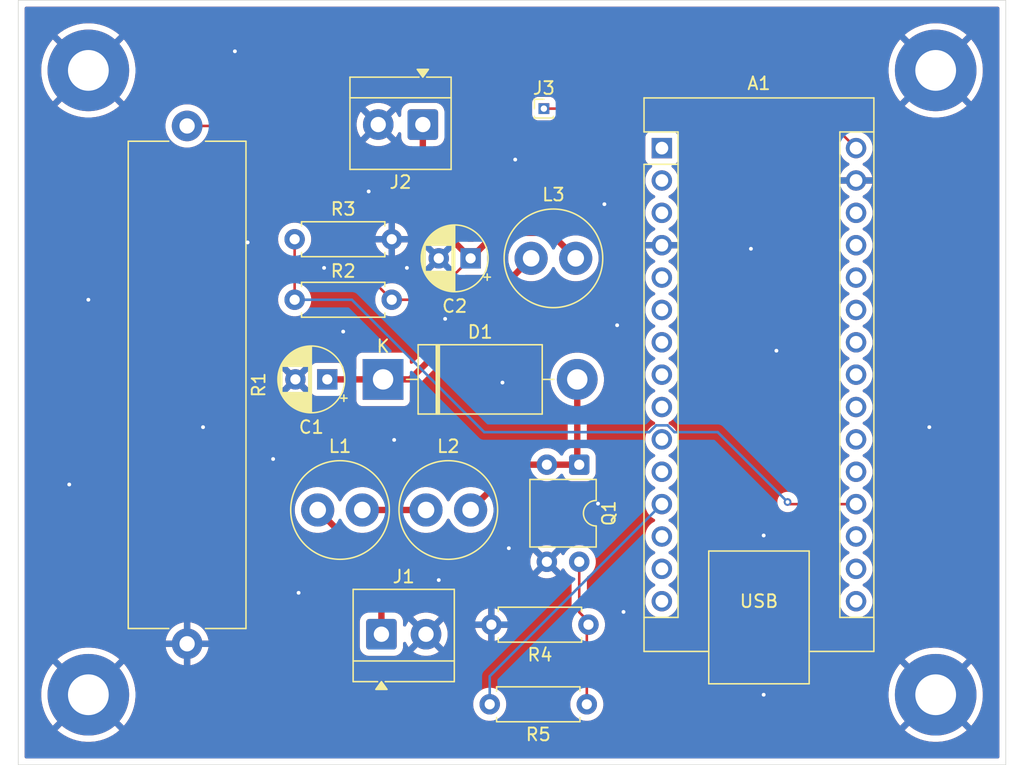
<source format=kicad_pcb>
(kicad_pcb (version 20241229) (generator "pcbnew") (generator_version "9.0")
  (title_block (title "Boost") (date "2025-04-15") (rev "1.1"))
  (layers (0 "F.Cu" signal) (2 "B.Cu" signal) (13 "F.Paste" user) (15 "B.Paste" user) (5 "F.SilkS" user "F.Silkscreen") (7 "B.SilkS" user "B.Silkscreen") (1 "F.Mask" user) (3 "B.Mask" user) (25 "Edge.Cuts" user))
  (net 0 "")
  (net 3 "PID")
  (net 8 "GND")
  (net 10 "boost_PWM")
  (net 12 "Net-(A1-VIN)")
  (net 30 "Net-(D1-K)")
  (net 31 "Net-(D1-A)")
  (net 32 "Net-(L1-Pad2)")
  (net 33 "Net-(J2-Pin_1)")
  (net 34 "Net-(J1-Pin_1)")
  (net 35 "Net-(Q1-G)")
  (footprint "Inductor_THT:L_Radial_D7.5mm_P3.50mm_Fastron_07P" (layer "F.Cu") (at 120 116)
    (property "Reference" "L2" (at 1.75 -5 0) (layer "F.SilkS"))
    (property "Value" "68u")
    (fp_circle (center 1.75 0) (end 5.62 0) (stroke (width 0.12)) (fill no) (layer "F.SilkS"))
    (pad "1" thru_hole circle (at 0 0) (size 2.6 2.6) (drill 1.3) (layers "*.Cu" "*.Mask") (net 32 "Net-(L1-Pad2)"))
    (pad "2" thru_hole circle (at 3.5 0) (size 2.6 2.6) (drill 1.3) (layers "*.Cu" "*.Mask") (net 31 "Net-(D1-A)"))
  )
  (footprint "MountingHole:MountingHole_3.2mm_M3_Pad_TopBottom" (layer "F.Cu") (at 160 81.5)
    (property "Reference" "H3" (hide yes))
    (property "Value" "MountingHole_Pad")
    (pad "1" thru_hole circle (at 0 0) (size 3.6 3.6) (drill 3.2) (layers "*.Cu" "*.Mask") (net 8 "GND"))
    (pad "1" connect circle (at 0 0) (size 6.4 6.4) (layers "F.Cu" "F.Mask") (net 8 "GND"))
    (pad "1" connect circle (at 0 0) (size 6.4 6.4) (layers "B.Cu" "B.Mask") (net 8 "GND"))
  )
  (footprint "MountingHole:MountingHole_3.2mm_M3_Pad_TopBottom" (layer "F.Cu") (at 93.5 81.5)
    (property "Reference" "H1" (hide yes))
    (property "Value" "MountingHole_Pad")
    (pad "1" thru_hole circle (at 0 0) (size 3.6 3.6) (drill 3.2) (layers "*.Cu" "*.Mask") (net 8 "GND"))
    (pad "1" connect circle (at 0 0) (size 6.4 6.4) (layers "F.Cu" "F.Mask") (net 8 "GND"))
    (pad "1" connect circle (at 0 0) (size 6.4 6.4) (layers "B.Cu" "B.Mask") (net 8 "GND"))
  )
  (footprint "Capacitor_THT:CP_Radial_D5.0mm_P2.50mm" (layer "F.Cu") (at 123.5 96.25 180)
    (property "Reference" "C2" (at 1.25 -3.75 0) (layer "F.SilkS"))
    (property "Value" "2.2u")
    (fp_line (start 3.85 -0.283) (end 3.85 0.283) (stroke (width 0.12)) (layer "F.SilkS"))
    (fp_line (start 3.81 -0.517) (end 3.81 0.517) (stroke (width 0.12)) (layer "F.SilkS"))
    (fp_line (start 3.77 -0.677) (end 3.77 0.677) (stroke (width 0.12)) (layer "F.SilkS"))
    (fp_line (start 3.73 -0.805) (end 3.73 0.805) (stroke (width 0.12)) (layer "F.SilkS"))
    (fp_line (start 3.69 -0.914) (end 3.69 0.914) (stroke (width 0.12)) (layer "F.SilkS"))
    (fp_line (start 3.65 -1.011) (end 3.65 1.011) (stroke (width 0.12)) (layer "F.SilkS"))
    (fp_line (start 3.61 -1.098) (end 3.61 1.098) (stroke (width 0.12)) (layer "F.SilkS"))
    (fp_line (start 3.57 -1.177) (end 3.57 1.177) (stroke (width 0.12)) (layer "F.SilkS"))
    (fp_line (start 3.53 1.04) (end 3.53 1.251) (stroke (width 0.12)) (layer "F.SilkS"))
    (fp_line (start 3.53 -1.251) (end 3.53 -1.04) (stroke (width 0.12)) (layer "F.SilkS"))
    (fp_line (start 3.49 1.04) (end 3.49 1.319) (stroke (width 0.12)) (layer "F.SilkS"))
    (fp_line (start 3.49 -1.319) (end 3.49 -1.04) (stroke (width 0.12)) (layer "F.SilkS"))
    (fp_line (start 3.45 1.04) (end 3.45 1.383) (stroke (width 0.12)) (layer "F.SilkS"))
    (fp_line (start 3.45 -1.383) (end 3.45 -1.04) (stroke (width 0.12)) (layer "F.SilkS"))
    (fp_line (start 3.41 1.04) (end 3.41 1.443) (stroke (width 0.12)) (layer "F.SilkS"))
    (fp_line (start 3.41 -1.443) (end 3.41 -1.04) (stroke (width 0.12)) (layer "F.SilkS"))
    (fp_line (start 3.37 1.04) (end 3.37 1.499) (stroke (width 0.12)) (layer "F.SilkS"))
    (fp_line (start 3.37 -1.499) (end 3.37 -1.04) (stroke (width 0.12)) (layer "F.SilkS"))
    (fp_line (start 3.33 1.04) (end 3.33 1.553) (stroke (width 0.12)) (layer "F.SilkS"))
    (fp_line (start 3.33 -1.553) (end 3.33 -1.04) (stroke (width 0.12)) (layer "F.SilkS"))
    (fp_line (start 3.29 1.04) (end 3.29 1.604) (stroke (width 0.12)) (layer "F.SilkS"))
    (fp_line (start 3.29 -1.604) (end 3.29 -1.04) (stroke (width 0.12)) (layer "F.SilkS"))
    (fp_line (start 3.25 1.04) (end 3.25 1.652) (stroke (width 0.12)) (layer "F.SilkS"))
    (fp_line (start 3.25 -1.652) (end 3.25 -1.04) (stroke (width 0.12)) (layer "F.SilkS"))
    (fp_line (start 3.21 1.04) (end 3.21 1.699) (stroke (width 0.12)) (layer "F.SilkS"))
    (fp_line (start 3.21 -1.699) (end 3.21 -1.04) (stroke (width 0.12)) (layer "F.SilkS"))
    (fp_line (start 3.17 1.04) (end 3.17 1.743) (stroke (width 0.12)) (layer "F.SilkS"))
    (fp_line (start 3.17 -1.743) (end 3.17 -1.04) (stroke (width 0.12)) (layer "F.SilkS"))
    (fp_line (start 3.13 1.04) (end 3.13 1.785) (stroke (width 0.12)) (layer "F.SilkS"))
    (fp_line (start 3.13 -1.785) (end 3.13 -1.04) (stroke (width 0.12)) (layer "F.SilkS"))
    (fp_line (start 3.09 1.04) (end 3.09 1.825) (stroke (width 0.12)) (layer "F.SilkS"))
    (fp_line (start 3.09 -1.825) (end 3.09 -1.04) (stroke (width 0.12)) (layer "F.SilkS"))
    (fp_line (start 3.05 1.04) (end 3.05 1.864) (stroke (width 0.12)) (layer "F.SilkS"))
    (fp_line (start 3.05 -1.864) (end 3.05 -1.04) (stroke (width 0.12)) (layer "F.SilkS"))
    (fp_line (start 3.01 1.04) (end 3.01 1.901) (stroke (width 0.12)) (layer "F.SilkS"))
    (fp_line (start 3.01 -1.901) (end 3.01 -1.04) (stroke (width 0.12)) (layer "F.SilkS"))
    (fp_line (start 2.97 1.04) (end 2.97 1.936) (stroke (width 0.12)) (layer "F.SilkS"))
    (fp_line (start 2.97 -1.936) (end 2.97 -1.04) (stroke (width 0.12)) (layer "F.SilkS"))
    (fp_line (start 2.93 1.04) (end 2.93 1.97) (stroke (width 0.12)) (layer "F.SilkS"))
    (fp_line (start 2.93 -1.97) (end 2.93 -1.04) (stroke (width 0.12)) (layer "F.SilkS"))
    (fp_line (start 2.89 1.04) (end 2.89 2.003) (stroke (width 0.12)) (layer "F.SilkS"))
    (fp_line (start 2.89 -2.003) (end 2.89 -1.04) (stroke (width 0.12)) (layer "F.SilkS"))
    (fp_line (start 2.85 1.04) (end 2.85 2.035) (stroke (width 0.12)) (layer "F.SilkS"))
    (fp_line (start 2.85 -2.035) (end 2.85 -1.04) (stroke (width 0.12)) (layer "F.SilkS"))
    (fp_line (start 2.81 1.04) (end 2.81 2.065) (stroke (width 0.12)) (layer "F.SilkS"))
    (fp_line (start 2.81 -2.065) (end 2.81 -1.04) (stroke (width 0.12)) (layer "F.SilkS"))
    (fp_line (start 2.77 1.04) (end 2.77 2.094) (stroke (width 0.12)) (layer "F.SilkS"))
    (fp_line (start 2.77 -2.094) (end 2.77 -1.04) (stroke (width 0.12)) (layer "F.SilkS"))
    (fp_line (start 2.73 1.04) (end 2.73 2.122) (stroke (width 0.12)) (layer "F.SilkS"))
    (fp_line (start 2.73 -2.122) (end 2.73 -1.04) (stroke (width 0.12)) (layer "F.SilkS"))
    (fp_line (start 2.69 1.04) (end 2.69 2.149) (stroke (width 0.12)) (layer "F.SilkS"))
    (fp_line (start 2.69 -2.149) (end 2.69 -1.04) (stroke (width 0.12)) (layer "F.SilkS"))
    (fp_line (start 2.65 1.04) (end 2.65 2.175) (stroke (width 0.12)) (layer "F.SilkS"))
    (fp_line (start 2.65 -2.175) (end 2.65 -1.04) (stroke (width 0.12)) (layer "F.SilkS"))
    (fp_line (start 2.61 1.04) (end 2.61 2.199) (stroke (width 0.12)) (layer "F.SilkS"))
    (fp_line (start 2.61 -2.199) (end 2.61 -1.04) (stroke (width 0.12)) (layer "F.SilkS"))
    (fp_line (start 2.57 1.04) (end 2.57 2.223) (stroke (width 0.12)) (layer "F.SilkS"))
    (fp_line (start 2.57 -2.223) (end 2.57 -1.04) (stroke (width 0.12)) (layer "F.SilkS"))
    (fp_line (start 2.53 1.04) (end 2.53 2.246) (stroke (width 0.12)) (layer "F.SilkS"))
    (fp_line (start 2.53 -2.246) (end 2.53 -1.04) (stroke (width 0.12)) (layer "F.SilkS"))
    (fp_line (start 2.49 1.04) (end 2.49 2.268) (stroke (width 0.12)) (layer "F.SilkS"))
    (fp_line (start 2.49 -2.268) (end 2.49 -1.04) (stroke (width 0.12)) (layer "F.SilkS"))
    (fp_line (start 2.45 1.04) (end 2.45 2.289) (stroke (width 0.12)) (layer "F.SilkS"))
    (fp_line (start 2.45 -2.289) (end 2.45 -1.04) (stroke (width 0.12)) (layer "F.SilkS"))
    (fp_line (start 2.41 1.04) (end 2.41 2.309) (stroke (width 0.12)) (layer "F.SilkS"))
    (fp_line (start 2.41 -2.309) (end 2.41 -1.04) (stroke (width 0.12)) (layer "F.SilkS"))
    (fp_line (start 2.37 1.04) (end 2.37 2.329) (stroke (width 0.12)) (layer "F.SilkS"))
    (fp_line (start 2.37 -2.329) (end 2.37 -1.04) (stroke (width 0.12)) (layer "F.SilkS"))
    (fp_line (start 2.33 1.04) (end 2.33 2.347) (stroke (width 0.12)) (layer "F.SilkS"))
    (fp_line (start 2.33 -2.347) (end 2.33 -1.04) (stroke (width 0.12)) (layer "F.SilkS"))
    (fp_line (start 2.29 1.04) (end 2.29 2.365) (stroke (width 0.12)) (layer "F.SilkS"))
    (fp_line (start 2.29 -2.365) (end 2.29 -1.04) (stroke (width 0.12)) (layer "F.SilkS"))
    (fp_line (start 2.25 1.04) (end 2.25 2.382) (stroke (width 0.12)) (layer "F.SilkS"))
    (fp_line (start 2.25 -2.382) (end 2.25 -1.04) (stroke (width 0.12)) (layer "F.SilkS"))
    (fp_line (start 2.21 1.04) (end 2.21 2.398) (stroke (width 0.12)) (layer "F.SilkS"))
    (fp_line (start 2.21 -2.398) (end 2.21 -1.04) (stroke (width 0.12)) (layer "F.SilkS"))
    (fp_line (start 2.17 1.04) (end 2.17 2.413) (stroke (width 0.12)) (layer "F.SilkS"))
    (fp_line (start 2.17 -2.413) (end 2.17 -1.04) (stroke (width 0.12)) (layer "F.SilkS"))
    (fp_line (start 2.13 1.04) (end 2.13 2.428) (stroke (width 0.12)) (layer "F.SilkS"))
    (fp_line (start 2.13 -2.428) (end 2.13 -1.04) (stroke (width 0.12)) (layer "F.SilkS"))
    (fp_line (start 2.09 1.04) (end 2.09 2.442) (stroke (width 0.12)) (layer "F.SilkS"))
    (fp_line (start 2.09 -2.442) (end 2.09 -1.04) (stroke (width 0.12)) (layer "F.SilkS"))
    (fp_line (start 2.05 1.04) (end 2.05 2.455) (stroke (width 0.12)) (layer "F.SilkS"))
    (fp_line (start 2.05 -2.455) (end 2.05 -1.04) (stroke (width 0.12)) (layer "F.SilkS"))
    (fp_line (start 2.01 1.04) (end 2.01 2.467) (stroke (width 0.12)) (layer "F.SilkS"))
    (fp_line (start 2.01 -2.467) (end 2.01 -1.04) (stroke (width 0.12)) (layer "F.SilkS"))
    (fp_line (start 1.97 1.04) (end 1.97 2.479) (stroke (width 0.12)) (layer "F.SilkS"))
    (fp_line (start 1.97 -2.479) (end 1.97 -1.04) (stroke (width 0.12)) (layer "F.SilkS"))
    (fp_line (start 1.93 1.04) (end 1.93 2.49) (stroke (width 0.12)) (layer "F.SilkS"))
    (fp_line (start 1.93 -2.49) (end 1.93 -1.04) (stroke (width 0.12)) (layer "F.SilkS"))
    (fp_line (start 1.89 1.04) (end 1.89 2.501) (stroke (width 0.12)) (layer "F.SilkS"))
    (fp_line (start 1.89 -2.501) (end 1.89 -1.04) (stroke (width 0.12)) (layer "F.SilkS"))
    (fp_line (start 1.85 1.04) (end 1.85 2.51) (stroke (width 0.12)) (layer "F.SilkS"))
    (fp_line (start 1.85 -2.51) (end 1.85 -1.04) (stroke (width 0.12)) (layer "F.SilkS"))
    (fp_line (start 1.81 1.04) (end 1.81 2.519) (stroke (width 0.12)) (layer "F.SilkS"))
    (fp_line (start 1.81 -2.519) (end 1.81 -1.04) (stroke (width 0.12)) (layer "F.SilkS"))
    (fp_line (start 1.77 1.04) (end 1.77 2.528) (stroke (width 0.12)) (layer "F.SilkS"))
    (fp_line (start 1.77 -2.528) (end 1.77 -1.04) (stroke (width 0.12)) (layer "F.SilkS"))
    (fp_line (start 1.73 1.04) (end 1.73 2.536) (stroke (width 0.12)) (layer "F.SilkS"))
    (fp_line (start 1.73 -2.536) (end 1.73 -1.04) (stroke (width 0.12)) (layer "F.SilkS"))
    (fp_line (start 1.69 1.04) (end 1.69 2.543) (stroke (width 0.12)) (layer "F.SilkS"))
    (fp_line (start 1.69 -2.543) (end 1.69 -1.04) (stroke (width 0.12)) (layer "F.SilkS"))
    (fp_line (start 1.65 1.04) (end 1.65 2.549) (stroke (width 0.12)) (layer "F.SilkS"))
    (fp_line (start 1.65 -2.549) (end 1.65 -1.04) (stroke (width 0.12)) (layer "F.SilkS"))
    (fp_line (start 1.61 1.04) (end 1.61 2.555) (stroke (width 0.12)) (layer "F.SilkS"))
    (fp_line (start 1.61 -2.555) (end 1.61 -1.04) (stroke (width 0.12)) (layer "F.SilkS"))
    (fp_line (start 1.57 1.04) (end 1.57 2.56) (stroke (width 0.12)) (layer "F.SilkS"))
    (fp_line (start 1.57 -2.56) (end 1.57 -1.04) (stroke (width 0.12)) (layer "F.SilkS"))
    (fp_line (start 1.53 1.04) (end 1.53 2.565) (stroke (width 0.12)) (layer "F.SilkS"))
    (fp_line (start 1.53 -2.565) (end 1.53 -1.04) (stroke (width 0.12)) (layer "F.SilkS"))
    (fp_line (start 1.49 1.04) (end 1.49 2.569) (stroke (width 0.12)) (layer "F.SilkS"))
    (fp_line (start 1.49 -2.569) (end 1.49 -1.04) (stroke (width 0.12)) (layer "F.SilkS"))
    (fp_line (start 1.45 -2.572) (end 1.45 2.572) (stroke (width 0.12)) (layer "F.SilkS"))
    (fp_line (start 1.41 -2.575) (end 1.41 2.575) (stroke (width 0.12)) (layer "F.SilkS"))
    (fp_line (start 1.37 -2.577) (end 1.37 2.577) (stroke (width 0.12)) (layer "F.SilkS"))
    (fp_line (start 1.33 -2.579) (end 1.33 2.579) (stroke (width 0.12)) (layer "F.SilkS"))
    (fp_line (start 1.29 -2.58) (end 1.29 2.58) (stroke (width 0.12)) (layer "F.SilkS"))
    (fp_line (start 1.25 -2.58) (end 1.25 2.58) (stroke (width 0.12)) (layer "F.SilkS"))
    (fp_line (start -1.304775 -1.725) (end -1.304775 -1.225) (stroke (width 0.12)) (layer "F.SilkS"))
    (fp_line (start -1.554775 -1.475) (end -1.054775 -1.475) (stroke (width 0.12)) (layer "F.SilkS"))
    (fp_circle (center 1.25 0) (end 3.87 0) (stroke (width 0.12)) (fill no) (layer "F.SilkS"))
    (pad "1" thru_hole rect (at 0 0 180) (size 1.6 1.6) (drill 0.8) (layers "*.Cu" "*.Mask") (net 33 "Net-(J2-Pin_1)"))
    (pad "2" thru_hole circle (at 2.5 0 180) (size 1.6 1.6) (drill 0.8) (layers "*.Cu" "*.Mask") (net 8 "GND"))
  )
  (footprint "Resistor_THT:R_Axial_DIN0207_L6.3mm_D2.5mm_P7.62mm_Horizontal" (layer "F.Cu") (at 132.75 125 180)
    (property "Reference" "R4" (at 3.81 -2.37 0) (layer "F.SilkS"))
    (property "Value" "R")
    (fp_line (start 7.08 1.37) (end 7.08 1.04) (stroke (width 0.12)) (layer "F.SilkS"))
    (fp_line (start 7.08 -1.37) (end 7.08 -1.04) (stroke (width 0.12)) (layer "F.SilkS"))
    (fp_line (start 0.54 1.37) (end 7.08 1.37) (stroke (width 0.12)) (layer "F.SilkS"))
    (fp_line (start 0.54 1.04) (end 0.54 1.37) (stroke (width 0.12)) (layer "F.SilkS"))
    (fp_line (start 0.54 -1.04) (end 0.54 -1.37) (stroke (width 0.12)) (layer "F.SilkS"))
    (fp_line (start 0.54 -1.37) (end 7.08 -1.37) (stroke (width 0.12)) (layer "F.SilkS"))
    (pad "1" thru_hole circle (at 0 0 180) (size 1.6 1.6) (drill 0.8) (layers "*.Cu" "*.Mask") (net 35 "Net-(Q1-G)"))
    (pad "2" thru_hole oval (at 7.62 0 180) (size 1.6 1.6) (drill 0.8) (layers "*.Cu" "*.Mask") (net 8 "GND"))
  )
  (footprint "Resistor_THT:R_Axial_DIN0207_L6.3mm_D2.5mm_P7.62mm_Horizontal" (layer "F.Cu") (at 132.62 131.25 180)
    (property "Reference" "R5" (at 3.81 -2.37 0) (layer "F.SilkS"))
    (property "Value" "R")
    (fp_line (start 7.08 1.37) (end 7.08 1.04) (stroke (width 0.12)) (layer "F.SilkS"))
    (fp_line (start 7.08 -1.37) (end 7.08 -1.04) (stroke (width 0.12)) (layer "F.SilkS"))
    (fp_line (start 0.54 1.37) (end 7.08 1.37) (stroke (width 0.12)) (layer "F.SilkS"))
    (fp_line (start 0.54 1.04) (end 0.54 1.37) (stroke (width 0.12)) (layer "F.SilkS"))
    (fp_line (start 0.54 -1.04) (end 0.54 -1.37) (stroke (width 0.12)) (layer "F.SilkS"))
    (fp_line (start 0.54 -1.37) (end 7.08 -1.37) (stroke (width 0.12)) (layer "F.SilkS"))
    (pad "1" thru_hole circle (at 0 0 180) (size 1.6 1.6) (drill 0.8) (layers "*.Cu" "*.Mask") (net 35 "Net-(Q1-G)"))
    (pad "2" thru_hole oval (at 7.62 0 180) (size 1.6 1.6) (drill 0.8) (layers "*.Cu" "*.Mask") (net 10 "boost_PWM"))
  )
  (footprint "TerminalBlock_4Ucon:TerminalBlock_4Ucon_1x02_P3.50mm_Horizontal" (layer "F.Cu") (at 116.5 125.75)
    (property "Reference" "J1" (at 1.75 -4.52 0) (layer "F.SilkS"))
    (property "Value" "Screw_Terminal_01x02")
    (fp_line (start -2.22 -3.52) (end -2.22 3.72) (stroke (width 0.12)) (layer "F.SilkS"))
    (fp_line (start -2.22 -3.52) (end 5.72 -3.52) (stroke (width 0.12)) (layer "F.SilkS"))
    (fp_line (start -2.22 2.1) (end 5.72 2.1) (stroke (width 0.12)) (layer "F.SilkS"))
    (fp_line (start -2.22 3.72) (end -0.3 3.72) (stroke (width 0.12)) (layer "F.SilkS"))
    (fp_line (start 0.3 3.72) (end 5.72 3.72) (stroke (width 0.12)) (layer "F.SilkS"))
    (fp_line (start 5.72 -3.52) (end 5.72 3.72) (stroke (width 0.12)) (layer "F.SilkS"))
    (fp_poly (pts (xy 0 3.72) (xy 0.44 4.33) (xy -0.44 4.33)) (stroke (width 0.12)) (fill yes) (layer "F.SilkS"))
    (pad "1" thru_hole roundrect (at 0 0) (size 2.4 2.4) (drill 1.2) (layers "*.Cu" "*.Mask") (roundrect_rratio 0.104167) (net 34 "Net-(J1-Pin_1)"))
    (pad "2" thru_hole circle (at 3.5 0) (size 2.4 2.4) (drill 1.2) (layers "*.Cu" "*.Mask") (net 8 "GND"))
  )
  (footprint "Diode_THT:D_DO-201AD_P15.24mm_Horizontal" (layer "F.Cu") (at 116.63 105.75)
    (property "Reference" "D1" (at 7.62 -3.72 0) (layer "F.SilkS"))
    (property "Value" "1N5820")
    (fp_line (start 1.84 0) (end 2.75 0) (stroke (width 0.12)) (layer "F.SilkS"))
    (fp_line (start 2.75 -2.72) (end 2.75 2.72) (stroke (width 0.12)) (layer "F.SilkS"))
    (fp_line (start 2.75 2.72) (end 12.49 2.72) (stroke (width 0.12)) (layer "F.SilkS"))
    (fp_line (start 4.175 -2.72) (end 4.175 2.72) (stroke (width 0.12)) (layer "F.SilkS"))
    (fp_line (start 4.295 -2.72) (end 4.295 2.72) (stroke (width 0.12)) (layer "F.SilkS"))
    (fp_line (start 4.415 -2.72) (end 4.415 2.72) (stroke (width 0.12)) (layer "F.SilkS"))
    (fp_line (start 12.49 -2.72) (end 2.75 -2.72) (stroke (width 0.12)) (layer "F.SilkS"))
    (fp_line (start 12.49 2.72) (end 12.49 -2.72) (stroke (width 0.12)) (layer "F.SilkS"))
    (fp_line (start 13.4 0) (end 12.49 0) (stroke (width 0.12)) (layer "F.SilkS"))
    (fp_text user "K" (at 0 -2.6 0) (layer "F.SilkS"))
    (pad "1" thru_hole rect (at 0 0) (size 3.2 3.2) (drill 1.6) (layers "*.Cu" "*.Mask") (net 30 "Net-(D1-K)"))
    (pad "2" thru_hole oval (at 15.24 0) (size 3.2 3.2) (drill 1.6) (layers "*.Cu" "*.Mask") (net 31 "Net-(D1-A)"))
  )
  (footprint "MountingHole:MountingHole_3.2mm_M3_Pad_TopBottom" (layer "F.Cu") (at 93.5 130.5)
    (property "Reference" "H2" (hide yes))
    (property "Value" "MountingHole_Pad")
    (pad "1" thru_hole circle (at 0 0) (size 3.6 3.6) (drill 3.2) (layers "*.Cu" "*.Mask") (net 8 "GND"))
    (pad "1" connect circle (at 0 0) (size 6.4 6.4) (layers "F.Cu" "F.Mask") (net 8 "GND"))
    (pad "1" connect circle (at 0 0) (size 6.4 6.4) (layers "B.Cu" "B.Mask") (net 8 "GND"))
  )
  (footprint "Inductor_THT:L_Radial_D7.5mm_P3.50mm_Fastron_07P" (layer "F.Cu") (at 128.25 96.25)
    (property "Reference" "L3" (at 1.75 -5 0) (layer "F.SilkS"))
    (property "Value" "22u")
    (fp_circle (center 1.75 0) (end 5.62 0) (stroke (width 0.12)) (fill no) (layer "F.SilkS"))
    (pad "1" thru_hole circle (at 0 0) (size 2.6 2.6) (drill 1.3) (layers "*.Cu" "*.Mask") (net 30 "Net-(D1-K)"))
    (pad "2" thru_hole circle (at 3.5 0) (size 2.6 2.6) (drill 1.3) (layers "*.Cu" "*.Mask") (net 33 "Net-(J2-Pin_1)"))
  )
  (footprint "Connector_PinHeader_1.00mm:PinHeader_1x01_P1.00mm_Vertical" (layer "F.Cu") (at 129.25 84.5)
    (property "Reference" "J3" (at 0 -1.61 0) (layer "F.SilkS"))
    (property "Value" "Conn_01x01_Pin")
    (fp_line (start -0.745 -0.735) (end 0 -0.735) (stroke (width 0.12)) (layer "F.SilkS"))
    (fp_line (start -0.745 0) (end -0.745 -0.735) (stroke (width 0.12)) (layer "F.SilkS"))
    (fp_line (start -0.745 0.735) (end -0.745 0.61) (stroke (width 0.12)) (layer "F.SilkS"))
    (fp_line (start -0.745 0.735) (end -0.685565 0.735) (stroke (width 0.12)) (layer "F.SilkS"))
    (fp_line (start -0.745 0.735) (end 0.745 0.735) (stroke (width 0.12)) (layer "F.SilkS"))
    (fp_line (start 0.685565 0.735) (end 0.745 0.735) (stroke (width 0.12)) (layer "F.SilkS"))
    (fp_line (start 0.745 0.735) (end 0.745 0.61) (stroke (width 0.12)) (layer "F.SilkS"))
    (pad "1" thru_hole rect (at 0 0) (size 0.85 0.85) (drill 0.5) (layers "*.Cu" "*.Mask") (net 12 "Net-(A1-VIN)"))
  )
  (footprint "TerminalBlock_4Ucon:TerminalBlock_4Ucon_1x02_P3.50mm_Horizontal" (layer "F.Cu") (at 119.75 85.75 180)
    (property "Reference" "J2" (at 1.75 -4.52 0) (layer "F.SilkS"))
    (property "Value" "Screw_Terminal_01x02")
    (fp_line (start 5.72 -3.52) (end 5.72 3.72) (stroke (width 0.12)) (layer "F.SilkS"))
    (fp_line (start 0.3 3.72) (end 5.72 3.72) (stroke (width 0.12)) (layer "F.SilkS"))
    (fp_line (start -2.22 3.72) (end -0.3 3.72) (stroke (width 0.12)) (layer "F.SilkS"))
    (fp_line (start -2.22 2.1) (end 5.72 2.1) (stroke (width 0.12)) (layer "F.SilkS"))
    (fp_line (start -2.22 -3.52) (end 5.72 -3.52) (stroke (width 0.12)) (layer "F.SilkS"))
    (fp_line (start -2.22 -3.52) (end -2.22 3.72) (stroke (width 0.12)) (layer "F.SilkS"))
    (fp_poly (pts (xy 0 3.72) (xy 0.44 4.33) (xy -0.44 4.33)) (stroke (width 0.12)) (fill yes) (layer "F.SilkS"))
    (pad "1" thru_hole roundrect (at 0 0 180) (size 2.4 2.4) (drill 1.2) (layers "*.Cu" "*.Mask") (roundrect_rratio 0.104167) (net 33 "Net-(J2-Pin_1)"))
    (pad "2" thru_hole circle (at 3.5 0 180) (size 2.4 2.4) (drill 1.2) (layers "*.Cu" "*.Mask") (net 8 "GND"))
  )
  (footprint "Resistor_THT:R_Axial_Power_L38.0mm_W9.0mm_P40.64mm" (layer "F.Cu") (at 101.25 85.86 -90)
    (property "Reference" "R1" (at 20.32 -5.62 90) (layer "F.SilkS"))
    (property "Value" "100")
    (fp_line (start 1.2 4.62) (end 39.44 4.62) (stroke (width 0.12)) (layer "F.SilkS"))
    (fp_line (start 39.44 4.62) (end 39.44 1.44) (stroke (width 0.12)) (layer "F.SilkS"))
    (fp_line (start 1.2 1.44) (end 1.2 4.62) (stroke (width 0.12)) (layer "F.SilkS"))
    (fp_line (start 1.2 -1.44) (end 1.2 -4.62) (stroke (width 0.12)) (layer "F.SilkS"))
    (fp_line (start 1.2 -4.62) (end 39.44 -4.62) (stroke (width 0.12)) (layer "F.SilkS"))
    (fp_line (start 39.44 -4.62) (end 39.44 -1.44) (stroke (width 0.12)) (layer "F.SilkS"))
    (pad "1" thru_hole circle (at 0 0 270) (size 2.4 2.4) (drill 1.2) (layers "*.Cu" "*.Mask") (net 33 "Net-(J2-Pin_1)"))
    (pad "2" thru_hole oval (at 40.64 0 270) (size 2.4 2.4) (drill 1.2) (layers "*.Cu" "*.Mask") (net 8 "GND"))
  )
  (footprint "MountingHole:MountingHole_3.2mm_M3_Pad_TopBottom" (layer "F.Cu") (at 160 130.5)
    (property "Reference" "H4" (hide yes))
    (property "Value" "MountingHole_Pad")
    (pad "1" thru_hole circle (at 0 0) (size 3.6 3.6) (drill 3.2) (layers "*.Cu" "*.Mask") (net 8 "GND"))
    (pad "1" connect circle (at 0 0) (size 6.4 6.4) (layers "F.Cu" "F.Mask") (net 8 "GND"))
    (pad "1" connect circle (at 0 0) (size 6.4 6.4) (layers "B.Cu" "B.Mask") (net 8 "GND"))
  )
  (footprint "Module:Arduino_Nano" (layer "F.Cu") (at 138.51 87.6)
    (property "Reference" "A1" (at 7.62 -5.08 0) (layer "F.SilkS"))
    (property "Value" "Arduino_Nano_v3.x")
    (fp_line (start -1.4 -3.94) (end -1.4 -1.27) (stroke (width 0.12)) (layer "F.SilkS"))
    (fp_line (start -1.4 1.27) (end -1.4 39.5) (stroke (width 0.12)) (layer "F.SilkS"))
    (fp_line (start -1.4 39.5) (end 3.68 39.5) (stroke (width 0.12)) (layer "F.SilkS"))
    (fp_line (start 1.27 -1.27) (end -1.4 -1.27) (stroke (width 0.12)) (layer "F.SilkS"))
    (fp_line (start 1.27 1.27) (end -1.4 1.27) (stroke (width 0.12)) (layer "F.SilkS"))
    (fp_line (start 1.27 1.27) (end 1.27 -1.27) (stroke (width 0.12)) (layer "F.SilkS"))
    (fp_line (start 1.27 1.27) (end 1.27 36.83) (stroke (width 0.12)) (layer "F.SilkS"))
    (fp_line (start 1.27 36.83) (end -1.4 36.83) (stroke (width 0.12)) (layer "F.SilkS"))
    (fp_line (start 3.68 31.62) (end 11.56 31.62) (stroke (width 0.12)) (layer "F.SilkS"))
    (fp_line (start 3.68 42.04) (end 3.68 31.62) (stroke (width 0.12)) (layer "F.SilkS"))
    (fp_line (start 11.56 31.62) (end 11.56 42.04) (stroke (width 0.12)) (layer "F.SilkS"))
    (fp_line (start 11.56 42.04) (end 3.68 42.04) (stroke (width 0.12)) (layer "F.SilkS"))
    (fp_line (start 13.97 -1.27) (end 13.97 36.83) (stroke (width 0.12)) (layer "F.SilkS"))
    (fp_line (start 13.97 -1.27) (end 16.64 -1.27) (stroke (width 0.12)) (layer "F.SilkS"))
    (fp_line (start 13.97 36.83) (end 16.64 36.83) (stroke (width 0.12)) (layer "F.SilkS"))
    (fp_line (start 16.64 -3.94) (end -1.4 -3.94) (stroke (width 0.12)) (layer "F.SilkS"))
    (fp_line (start 16.64 39.5) (end 11.56 39.5) (stroke (width 0.12)) (layer "F.SilkS"))
    (fp_line (start 16.64 39.5) (end 16.64 -3.94) (stroke (width 0.12)) (layer "F.SilkS"))
    (fp_text user "USB" (at 7.62 35.56 0) (layer "F.SilkS"))
    (pad "1" thru_hole rect (at 0 0) (size 1.6 1.6) (drill 1) (layers "*.Cu" "*.Mask"))
    (pad "2" thru_hole oval (at 0 2.54) (size 1.6 1.6) (drill 1) (layers "*.Cu" "*.Mask"))
    (pad "3" thru_hole oval (at 0 5.08) (size 1.6 1.6) (drill 1) (layers "*.Cu" "*.Mask"))
    (pad "4" thru_hole oval (at 0 7.62) (size 1.6 1.6) (drill 1) (layers "*.Cu" "*.Mask") (net 8 "GND"))
    (pad "5" thru_hole oval (at 0 10.16) (size 1.6 1.6) (drill 1) (layers "*.Cu" "*.Mask"))
    (pad "6" thru_hole oval (at 0 12.7) (size 1.6 1.6) (drill 1) (layers "*.Cu" "*.Mask"))
    (pad "7" thru_hole oval (at 0 15.24) (size 1.6 1.6) (drill 1) (layers "*.Cu" "*.Mask"))
    (pad "8" thru_hole oval (at 0 17.78) (size 1.6 1.6) (drill 1) (layers "*.Cu" "*.Mask"))
    (pad "9" thru_hole oval (at 0 20.32) (size 1.6 1.6) (drill 1) (layers "*.Cu" "*.Mask"))
    (pad "10" thru_hole oval (at 0 22.86) (size 1.6 1.6) (drill 1) (layers "*.Cu" "*.Mask"))
    (pad "11" thru_hole oval (at 0 25.4) (size 1.6 1.6) (drill 1) (layers "*.Cu" "*.Mask"))
    (pad "12" thru_hole oval (at 0 27.94) (size 1.6 1.6) (drill 1) (layers "*.Cu" "*.Mask") (net 10 "boost_PWM"))
    (pad "13" thru_hole oval (at 0 30.48) (size 1.6 1.6) (drill 1) (layers "*.Cu" "*.Mask"))
    (pad "14" thru_hole oval (at 0 33.02) (size 1.6 1.6) (drill 1) (layers "*.Cu" "*.Mask"))
    (pad "15" thru_hole oval (at 0 35.56) (size 1.6 1.6) (drill 1) (layers "*.Cu" "*.Mask"))
    (pad "16" thru_hole oval (at 15.24 35.56) (size 1.6 1.6) (drill 1) (layers "*.Cu" "*.Mask"))
    (pad "17" thru_hole oval (at 15.24 33.02) (size 1.6 1.6) (drill 1) (layers "*.Cu" "*.Mask"))
    (pad "18" thru_hole oval (at 15.24 30.48) (size 1.6 1.6) (drill 1) (layers "*.Cu" "*.Mask"))
    (pad "19" thru_hole oval (at 15.24 27.94) (size 1.6 1.6) (drill 1) (layers "*.Cu" "*.Mask") (net 3 "PID"))
    (pad "20" thru_hole oval (at 15.24 25.4) (size 1.6 1.6) (drill 1) (layers "*.Cu" "*.Mask"))
    (pad "21" thru_hole oval (at 15.24 22.86) (size 1.6 1.6) (drill 1) (layers "*.Cu" "*.Mask"))
    (pad "22" thru_hole oval (at 15.24 20.32) (size 1.6 1.6) (drill 1) (layers "*.Cu" "*.Mask"))
    (pad "23" thru_hole oval (at 15.24 17.78) (size 1.6 1.6) (drill 1) (layers "*.Cu" "*.Mask"))
    (pad "24" thru_hole oval (at 15.24 15.24) (size 1.6 1.6) (drill 1) (layers "*.Cu" "*.Mask"))
    (pad "25" thru_hole oval (at 15.24 12.7) (size 1.6 1.6) (drill 1) (layers "*.Cu" "*.Mask"))
    (pad "26" thru_hole oval (at 15.24 10.16) (size 1.6 1.6) (drill 1) (layers "*.Cu" "*.Mask"))
    (pad "27" thru_hole oval (at 15.24 7.62) (size 1.6 1.6) (drill 1) (layers "*.Cu" "*.Mask"))
    (pad "28" thru_hole oval (at 15.24 5.08) (size 1.6 1.6) (drill 1) (layers "*.Cu" "*.Mask"))
    (pad "29" thru_hole oval (at 15.24 2.54) (size 1.6 1.6) (drill 1) (layers "*.Cu" "*.Mask") (net 8 "GND"))
    (pad "30" thru_hole oval (at 15.24 0) (size 1.6 1.6) (drill 1) (layers "*.Cu" "*.Mask") (net 12 "Net-(A1-VIN)"))
  )
  (footprint "Capacitor_THT:CP_Radial_D5.0mm_P2.50mm" (layer "F.Cu") (at 112.25 105.75 180)
    (property "Reference" "C1" (at 1.25 -3.75 0) (layer "F.SilkS"))
    (property "Value" "4.7u")
    (fp_line (start 3.85 -0.283) (end 3.85 0.283) (stroke (width 0.12)) (layer "F.SilkS"))
    (fp_line (start 3.81 -0.517) (end 3.81 0.517) (stroke (width 0.12)) (layer "F.SilkS"))
    (fp_line (start 3.77 -0.677) (end 3.77 0.677) (stroke (width 0.12)) (layer "F.SilkS"))
    (fp_line (start 3.73 -0.805) (end 3.73 0.805) (stroke (width 0.12)) (layer "F.SilkS"))
    (fp_line (start 3.69 -0.914) (end 3.69 0.914) (stroke (width 0.12)) (layer "F.SilkS"))
    (fp_line (start 3.65 -1.011) (end 3.65 1.011) (stroke (width 0.12)) (layer "F.SilkS"))
    (fp_line (start 3.61 -1.098) (end 3.61 1.098) (stroke (width 0.12)) (layer "F.SilkS"))
    (fp_line (start 3.57 -1.177) (end 3.57 1.177) (stroke (width 0.12)) (layer "F.SilkS"))
    (fp_line (start 3.53 1.04) (end 3.53 1.251) (stroke (width 0.12)) (layer "F.SilkS"))
    (fp_line (start 3.53 -1.251) (end 3.53 -1.04) (stroke (width 0.12)) (layer "F.SilkS"))
    (fp_line (start 3.49 1.04) (end 3.49 1.319) (stroke (width 0.12)) (layer "F.SilkS"))
    (fp_line (start 3.49 -1.319) (end 3.49 -1.04) (stroke (width 0.12)) (layer "F.SilkS"))
    (fp_line (start 3.45 1.04) (end 3.45 1.383) (stroke (width 0.12)) (layer "F.SilkS"))
    (fp_line (start 3.45 -1.383) (end 3.45 -1.04) (stroke (width 0.12)) (layer "F.SilkS"))
    (fp_line (start 3.41 1.04) (end 3.41 1.443) (stroke (width 0.12)) (layer "F.SilkS"))
    (fp_line (start 3.41 -1.443) (end 3.41 -1.04) (stroke (width 0.12)) (layer "F.SilkS"))
    (fp_line (start 3.37 1.04) (end 3.37 1.499) (stroke (width 0.12)) (layer "F.SilkS"))
    (fp_line (start 3.37 -1.499) (end 3.37 -1.04) (stroke (width 0.12)) (layer "F.SilkS"))
    (fp_line (start 3.33 1.04) (end 3.33 1.553) (stroke (width 0.12)) (layer "F.SilkS"))
    (fp_line (start 3.33 -1.553) (end 3.33 -1.04) (stroke (width 0.12)) (layer "F.SilkS"))
    (fp_line (start 3.29 1.04) (end 3.29 1.604) (stroke (width 0.12)) (layer "F.SilkS"))
    (fp_line (start 3.29 -1.604) (end 3.29 -1.04) (stroke (width 0.12)) (layer "F.SilkS"))
    (fp_line (start 3.25 1.04) (end 3.25 1.652) (stroke (width 0.12)) (layer "F.SilkS"))
    (fp_line (start 3.25 -1.652) (end 3.25 -1.04) (stroke (width 0.12)) (layer "F.SilkS"))
    (fp_line (start 3.21 1.04) (end 3.21 1.699) (stroke (width 0.12)) (layer "F.SilkS"))
    (fp_line (start 3.21 -1.699) (end 3.21 -1.04) (stroke (width 0.12)) (layer "F.SilkS"))
    (fp_line (start 3.17 1.04) (end 3.17 1.743) (stroke (width 0.12)) (layer "F.SilkS"))
    (fp_line (start 3.17 -1.743) (end 3.17 -1.04) (stroke (width 0.12)) (layer "F.SilkS"))
    (fp_line (start 3.13 1.04) (end 3.13 1.785) (stroke (width 0.12)) (layer "F.SilkS"))
    (fp_line (start 3.13 -1.785) (end 3.13 -1.04) (stroke (width 0.12)) (layer "F.SilkS"))
    (fp_line (start 3.09 1.04) (end 3.09 1.825) (stroke (width 0.12)) (layer "F.SilkS"))
    (fp_line (start 3.09 -1.825) (end 3.09 -1.04) (stroke (width 0.12)) (layer "F.SilkS"))
    (fp_line (start 3.05 1.04) (end 3.05 1.864) (stroke (width 0.12)) (layer "F.SilkS"))
    (fp_line (start 3.05 -1.864) (end 3.05 -1.04) (stroke (width 0.12)) (layer "F.SilkS"))
    (fp_line (start 3.01 1.04) (end 3.01 1.901) (stroke (width 0.12)) (layer "F.SilkS"))
    (fp_line (start 3.01 -1.901) (end 3.01 -1.04) (stroke (width 0.12)) (layer "F.SilkS"))
    (fp_line (start 2.97 1.04) (end 2.97 1.936) (stroke (width 0.12)) (layer "F.SilkS"))
    (fp_line (start 2.97 -1.936) (end 2.97 -1.04) (stroke (width 0.12)) (layer "F.SilkS"))
    (fp_line (start 2.93 1.04) (end 2.93 1.97) (stroke (width 0.12)) (layer "F.SilkS"))
    (fp_line (start 2.93 -1.97) (end 2.93 -1.04) (stroke (width 0.12)) (layer "F.SilkS"))
    (fp_line (start 2.89 1.04) (end 2.89 2.003) (stroke (width 0.12)) (layer "F.SilkS"))
    (fp_line (start 2.89 -2.003) (end 2.89 -1.04) (stroke (width 0.12)) (layer "F.SilkS"))
    (fp_line (start 2.85 1.04) (end 2.85 2.035) (stroke (width 0.12)) (layer "F.SilkS"))
    (fp_line (start 2.85 -2.035) (end 2.85 -1.04) (stroke (width 0.12)) (layer "F.SilkS"))
    (fp_line (start 2.81 1.04) (end 2.81 2.065) (stroke (width 0.12)) (layer "F.SilkS"))
    (fp_line (start 2.81 -2.065) (end 2.81 -1.04) (stroke (width 0.12)) (layer "F.SilkS"))
    (fp_line (start 2.77 1.04) (end 2.77 2.094) (stroke (width 0.12)) (layer "F.SilkS"))
    (fp_line (start 2.77 -2.094) (end 2.77 -1.04) (stroke (width 0.12)) (layer "F.SilkS"))
    (fp_line (start 2.73 1.04) (end 2.73 2.122) (stroke (width 0.12)) (layer "F.SilkS"))
    (fp_line (start 2.73 -2.122) (end 2.73 -1.04) (stroke (width 0.12)) (layer "F.SilkS"))
    (fp_line (start 2.69 1.04) (end 2.69 2.149) (stroke (width 0.12)) (layer "F.SilkS"))
    (fp_line (start 2.69 -2.149) (end 2.69 -1.04) (stroke (width 0.12)) (layer "F.SilkS"))
    (fp_line (start 2.65 1.04) (end 2.65 2.175) (stroke (width 0.12)) (layer "F.SilkS"))
    (fp_line (start 2.65 -2.175) (end 2.65 -1.04) (stroke (width 0.12)) (layer "F.SilkS"))
    (fp_line (start 2.61 1.04) (end 2.61 2.199) (stroke (width 0.12)) (layer "F.SilkS"))
    (fp_line (start 2.61 -2.199) (end 2.61 -1.04) (stroke (width 0.12)) (layer "F.SilkS"))
    (fp_line (start 2.57 1.04) (end 2.57 2.223) (stroke (width 0.12)) (layer "F.SilkS"))
    (fp_line (start 2.57 -2.223) (end 2.57 -1.04) (stroke (width 0.12)) (layer "F.SilkS"))
    (fp_line (start 2.53 1.04) (end 2.53 2.246) (stroke (width 0.12)) (layer "F.SilkS"))
    (fp_line (start 2.53 -2.246) (end 2.53 -1.04) (stroke (width 0.12)) (layer "F.SilkS"))
    (fp_line (start 2.49 1.04) (end 2.49 2.268) (stroke (width 0.12)) (layer "F.SilkS"))
    (fp_line (start 2.49 -2.268) (end 2.49 -1.04) (stroke (width 0.12)) (layer "F.SilkS"))
    (fp_line (start 2.45 1.04) (end 2.45 2.289) (stroke (width 0.12)) (layer "F.SilkS"))
    (fp_line (start 2.45 -2.289) (end 2.45 -1.04) (stroke (width 0.12)) (layer "F.SilkS"))
    (fp_line (start 2.41 1.04) (end 2.41 2.309) (stroke (width 0.12)) (layer "F.SilkS"))
    (fp_line (start 2.41 -2.309) (end 2.41 -1.04) (stroke (width 0.12)) (layer "F.SilkS"))
    (fp_line (start 2.37 1.04) (end 2.37 2.329) (stroke (width 0.12)) (layer "F.SilkS"))
    (fp_line (start 2.37 -2.329) (end 2.37 -1.04) (stroke (width 0.12)) (layer "F.SilkS"))
    (fp_line (start 2.33 1.04) (end 2.33 2.347) (stroke (width 0.12)) (layer "F.SilkS"))
    (fp_line (start 2.33 -2.347) (end 2.33 -1.04) (stroke (width 0.12)) (layer "F.SilkS"))
    (fp_line (start 2.29 1.04) (end 2.29 2.365) (stroke (width 0.12)) (layer "F.SilkS"))
    (fp_line (start 2.29 -2.365) (end 2.29 -1.04) (stroke (width 0.12)) (layer "F.SilkS"))
    (fp_line (start 2.25 1.04) (end 2.25 2.382) (stroke (width 0.12)) (layer "F.SilkS"))
    (fp_line (start 2.25 -2.382) (end 2.25 -1.04) (stroke (width 0.12)) (layer "F.SilkS"))
    (fp_line (start 2.21 1.04) (end 2.21 2.398) (stroke (width 0.12)) (layer "F.SilkS"))
    (fp_line (start 2.21 -2.398) (end 2.21 -1.04) (stroke (width 0.12)) (layer "F.SilkS"))
    (fp_line (start 2.17 1.04) (end 2.17 2.413) (stroke (width 0.12)) (layer "F.SilkS"))
    (fp_line (start 2.17 -2.413) (end 2.17 -1.04) (stroke (width 0.12)) (layer "F.SilkS"))
    (fp_line (start 2.13 1.04) (end 2.13 2.428) (stroke (width 0.12)) (layer "F.SilkS"))
    (fp_line (start 2.13 -2.428) (end 2.13 -1.04) (stroke (width 0.12)) (layer "F.SilkS"))
    (fp_line (start 2.09 1.04) (end 2.09 2.442) (stroke (width 0.12)) (layer "F.SilkS"))
    (fp_line (start 2.09 -2.442) (end 2.09 -1.04) (stroke (width 0.12)) (layer "F.SilkS"))
    (fp_line (start 2.05 1.04) (end 2.05 2.455) (stroke (width 0.12)) (layer "F.SilkS"))
    (fp_line (start 2.05 -2.455) (end 2.05 -1.04) (stroke (width 0.12)) (layer "F.SilkS"))
    (fp_line (start 2.01 1.04) (end 2.01 2.467) (stroke (width 0.12)) (layer "F.SilkS"))
    (fp_line (start 2.01 -2.467) (end 2.01 -1.04) (stroke (width 0.12)) (layer "F.SilkS"))
    (fp_line (start 1.97 1.04) (end 1.97 2.479) (stroke (width 0.12)) (layer "F.SilkS"))
    (fp_line (start 1.97 -2.479) (end 1.97 -1.04) (stroke (width 0.12)) (layer "F.SilkS"))
    (fp_line (start 1.93 1.04) (end 1.93 2.49) (stroke (width 0.12)) (layer "F.SilkS"))
    (fp_line (start 1.93 -2.49) (end 1.93 -1.04) (stroke (width 0.12)) (layer "F.SilkS"))
    (fp_line (start 1.89 1.04) (end 1.89 2.501) (stroke (width 0.12)) (layer "F.SilkS"))
    (fp_line (start 1.89 -2.501) (end 1.89 -1.04) (stroke (width 0.12)) (layer "F.SilkS"))
    (fp_line (start 1.85 1.04) (end 1.85 2.51) (stroke (width 0.12)) (layer "F.SilkS"))
    (fp_line (start 1.85 -2.51) (end 1.85 -1.04) (stroke (width 0.12)) (layer "F.SilkS"))
    (fp_line (start 1.81 1.04) (end 1.81 2.519) (stroke (width 0.12)) (layer "F.SilkS"))
    (fp_line (start 1.81 -2.519) (end 1.81 -1.04) (stroke (width 0.12)) (layer "F.SilkS"))
    (fp_line (start 1.77 1.04) (end 1.77 2.528) (stroke (width 0.12)) (layer "F.SilkS"))
    (fp_line (start 1.77 -2.528) (end 1.77 -1.04) (stroke (width 0.12)) (layer "F.SilkS"))
    (fp_line (start 1.73 1.04) (end 1.73 2.536) (stroke (width 0.12)) (layer "F.SilkS"))
    (fp_line (start 1.73 -2.536) (end 1.73 -1.04) (stroke (width 0.12)) (layer "F.SilkS"))
    (fp_line (start 1.69 1.04) (end 1.69 2.543) (stroke (width 0.12)) (layer "F.SilkS"))
    (fp_line (start 1.69 -2.543) (end 1.69 -1.04) (stroke (width 0.12)) (layer "F.SilkS"))
    (fp_line (start 1.65 1.04) (end 1.65 2.549) (stroke (width 0.12)) (layer "F.SilkS"))
    (fp_line (start 1.65 -2.549) (end 1.65 -1.04) (stroke (width 0.12)) (layer "F.SilkS"))
    (fp_line (start 1.61 1.04) (end 1.61 2.555) (stroke (width 0.12)) (layer "F.SilkS"))
    (fp_line (start 1.61 -2.555) (end 1.61 -1.04) (stroke (width 0.12)) (layer "F.SilkS"))
    (fp_line (start 1.57 1.04) (end 1.57 2.56) (stroke (width 0.12)) (layer "F.SilkS"))
    (fp_line (start 1.57 -2.56) (end 1.57 -1.04) (stroke (width 0.12)) (layer "F.SilkS"))
    (fp_line (start 1.53 1.04) (end 1.53 2.565) (stroke (width 0.12)) (layer "F.SilkS"))
    (fp_line (start 1.53 -2.565) (end 1.53 -1.04) (stroke (width 0.12)) (layer "F.SilkS"))
    (fp_line (start 1.49 1.04) (end 1.49 2.569) (stroke (width 0.12)) (layer "F.SilkS"))
    (fp_line (start 1.49 -2.569) (end 1.49 -1.04) (stroke (width 0.12)) (layer "F.SilkS"))
    (fp_line (start 1.45 -2.572) (end 1.45 2.572) (stroke (width 0.12)) (layer "F.SilkS"))
    (fp_line (start 1.41 -2.575) (end 1.41 2.575) (stroke (width 0.12)) (layer "F.SilkS"))
    (fp_line (start 1.37 -2.577) (end 1.37 2.577) (stroke (width 0.12)) (layer "F.SilkS"))
    (fp_line (start 1.33 -2.579) (end 1.33 2.579) (stroke (width 0.12)) (layer "F.SilkS"))
    (fp_line (start 1.29 -2.58) (end 1.29 2.58) (stroke (width 0.12)) (layer "F.SilkS"))
    (fp_line (start 1.25 -2.58) (end 1.25 2.58) (stroke (width 0.12)) (layer "F.SilkS"))
    (fp_line (start -1.304775 -1.725) (end -1.304775 -1.225) (stroke (width 0.12)) (layer "F.SilkS"))
    (fp_line (start -1.554775 -1.475) (end -1.054775 -1.475) (stroke (width 0.12)) (layer "F.SilkS"))
    (fp_circle (center 1.25 0) (end 3.87 0) (stroke (width 0.12)) (fill no) (layer "F.SilkS"))
    (pad "1" thru_hole rect (at 0 0 180) (size 1.6 1.6) (drill 0.8) (layers "*.Cu" "*.Mask") (net 30 "Net-(D1-K)"))
    (pad "2" thru_hole circle (at 2.5 0 180) (size 1.6 1.6) (drill 0.8) (layers "*.Cu" "*.Mask") (net 8 "GND"))
  )
  (footprint "Resistor_THT:R_Axial_DIN0207_L6.3mm_D2.5mm_P7.62mm_Horizontal" (layer "F.Cu") (at 109.69 99.5)
    (property "Reference" "R2" (at 3.81 -2.25 0) (layer "F.SilkS"))
    (property "Value" "2k")
    (fp_line (start 0.54 -1.37) (end 7.08 -1.37) (stroke (width 0.12)) (layer "F.SilkS"))
    (fp_line (start 0.54 -1.04) (end 0.54 -1.37) (stroke (width 0.12)) (layer "F.SilkS"))
    (fp_line (start 0.54 1.04) (end 0.54 1.37) (stroke (width 0.12)) (layer "F.SilkS"))
    (fp_line (start 0.54 1.37) (end 7.08 1.37) (stroke (width 0.12)) (layer "F.SilkS"))
    (fp_line (start 7.08 -1.37) (end 7.08 -1.04) (stroke (width 0.12)) (layer "F.SilkS"))
    (fp_line (start 7.08 1.37) (end 7.08 1.04) (stroke (width 0.12)) (layer "F.SilkS"))
    (pad "1" thru_hole circle (at 0 0) (size 1.6 1.6) (drill 0.8) (layers "*.Cu" "*.Mask") (net 3 "PID"))
    (pad "2" thru_hole oval (at 7.62 0) (size 1.6 1.6) (drill 0.8) (layers "*.Cu" "*.Mask") (net 33 "Net-(J2-Pin_1)"))
  )
  (footprint "Resistor_THT:R_Axial_DIN0207_L6.3mm_D2.5mm_P7.62mm_Horizontal" (layer "F.Cu") (at 109.69 94.75)
    (property "Reference" "R3" (at 3.81 -2.37 0) (layer "F.SilkS"))
    (property "Value" "1k")
    (fp_line (start 0.54 -1.37) (end 7.08 -1.37) (stroke (width 0.12)) (layer "F.SilkS"))
    (fp_line (start 0.54 -1.04) (end 0.54 -1.37) (stroke (width 0.12)) (layer "F.SilkS"))
    (fp_line (start 0.54 1.04) (end 0.54 1.37) (stroke (width 0.12)) (layer "F.SilkS"))
    (fp_line (start 0.54 1.37) (end 7.08 1.37) (stroke (width 0.12)) (layer "F.SilkS"))
    (fp_line (start 7.08 -1.37) (end 7.08 -1.04) (stroke (width 0.12)) (layer "F.SilkS"))
    (fp_line (start 7.08 1.37) (end 7.08 1.04) (stroke (width 0.12)) (layer "F.SilkS"))
    (pad "1" thru_hole circle (at 0 0) (size 1.6 1.6) (drill 0.8) (layers "*.Cu" "*.Mask") (net 3 "PID"))
    (pad "2" thru_hole oval (at 7.62 0) (size 1.6 1.6) (drill 0.8) (layers "*.Cu" "*.Mask") (net 8 "GND"))
  )
  (footprint "MyLibrary:DIP-4_W7.62mm_DualDrain" (layer "F.Cu") (at 132.025 112.445 -90)
    (property "Reference" "Q1" (at 3.81 -2.33 90) (layer "F.SilkS"))
    (property "Value" "IRLD120")
    (fp_line (start 1.16 3.87) (end 6.46 3.87) (stroke (width 0.12)) (layer "F.SilkS"))
    (fp_line (start 6.46 3.87) (end 6.46 -1.33) (stroke (width 0.12)) (layer "F.SilkS"))
    (fp_line (start 1.16 -1.33) (end 1.16 3.87) (stroke (width 0.12)) (layer "F.SilkS"))
    (fp_line (start 2.81 -1.33) (end 1.16 -1.33) (stroke (width 0.12)) (layer "F.SilkS"))
    (fp_line (start 6.46 -1.33) (end 4.81 -1.33) (stroke (width 0.12)) (layer "F.SilkS"))
    (fp_arc (start 4.81 -1.33) (mid 3.81 -0.33) (end 2.81 -1.33) (stroke (width 0.12)) (layer "F.SilkS"))
    (pad "1" thru_hole roundrect (at 0 0 270) (size 1.6 1.6) (drill 0.8) (layers "*.Cu" "*.Mask") (roundrect_rratio 0.15625) (net 31 "Net-(D1-A)"))
    (pad "1" thru_hole circle (at 0 2.54 270) (size 1.6 1.6) (drill 0.8) (layers "*.Cu" "*.Mask") (net 31 "Net-(D1-A)"))
    (pad "2" thru_hole circle (at 7.62 2.54 270) (size 1.6 1.6) (drill 0.8) (layers "*.Cu" "*.Mask") (net 8 "GND"))
    (pad "3" thru_hole circle (at 7.62 0 270) (size 1.6 1.6) (drill 0.8) (layers "*.Cu" "*.Mask") (net 35 "Net-(Q1-G)"))
  )
  (footprint "Inductor_THT:L_Radial_D7.5mm_P3.50mm_Fastron_07P" (layer "F.Cu") (at 111.5 116)
    (property "Reference" "L1" (at 1.75 -5 0) (layer "F.SilkS"))
    (property "Value" "68u")
    (fp_circle (center 1.75 0) (end 5.62 0) (stroke (width 0.12)) (fill no) (layer "F.SilkS"))
    (pad "1" thru_hole circle (at 0 0) (size 2.6 2.6) (drill 1.3) (layers "*.Cu" "*.Mask") (net 34 "Net-(J1-Pin_1)"))
    (pad "2" thru_hole circle (at 3.5 0) (size 2.6 2.6) (drill 1.3) (layers "*.Cu" "*.Mask") (net 32 "Net-(L1-Pad2)"))
  )
  (gr_rect (start 88 76) (end 165.5 136) (stroke (width 0.05)) (fill no) (layer "Edge.Cuts"))
  (segment (start 153.75 115.54) (end 148.54 115.54) (width 0.2) (layer "F.Cu") (net 3))
  (segment (start 148.54 115.54) (end 148.375 115.375) (width 0.2) (layer "F.Cu") (net 3))
  (segment (start 109.69 99.5) (end 109.69 94.75) (width 0.2) (layer "F.Cu") (net 3))
  (via (at 148.375 115.375) (size 0.6) (drill 0.3) (layers "F.Cu" "B.Cu") (net 3))
  (segment (start 137.52395 109.889) (end 138.05395 109.359) (width 0.2) (layer "B.Cu") (net 3))
  (segment (start 138.96605 109.359) (end 139.49605 109.889) (width 0.2) (layer "B.Cu") (net 3))
  (segment (start 139.49605 109.889) (end 142.889 109.889) (width 0.2) (layer "B.Cu") (net 3))
  (segment (start 114.182 99.5) (end 124.571 109.889) (width 0.2) (layer "B.Cu") (net 3))
  (segment (start 124.571 109.889) (end 135 109.889) (width 0.2) (layer "B.Cu") (net 3))
  (segment (start 109.69 99.5) (end 114.182 99.5) (width 0.2) (layer "B.Cu") (net 3))
  (segment (start 135 109.889) (end 137.52395 109.889) (width 0.2) (layer "B.Cu") (net 3))
  (segment (start 142.889 109.889) (end 148.375 115.375) (width 0.2) (layer "B.Cu") (net 3))
  (segment (start 138.05395 109.359) (end 138.96605 109.359) (width 0.2) (layer "B.Cu") (net 3))
  (via (at 93.5 99.5) (size 0.6) (drill 0.3) (layers "F.Cu" "B.Cu") (net 8))
  (via (at 126 106) (size 0.6) (drill 0.3) (layers "F.Cu" "B.Cu") (net 8))
  (via (at 127 88.5) (size 0.6) (drill 0.3) (layers "F.Cu" "B.Cu") (net 8))
  (via (at 92 114) (size 0.6) (drill 0.3) (layers "F.Cu" "B.Cu") (net 8))
  (via (at 147.5 103.5) (size 0.6) (drill 0.3) (layers "F.Cu" "B.Cu") (net 8))
  (via (at 145.5 95.5) (size 0.6) (drill 0.3) (layers "F.Cu" "B.Cu") (net 8))
  (via (at 133.5 115.5) (size 0.6) (drill 0.3) (layers "F.Cu" "B.Cu") (net 8))
  (via (at 135 101.5) (size 0.6) (drill 0.3) (layers "F.Cu" "B.Cu") (net 8))
  (via (at 159.5 109.5) (size 0.6) (drill 0.3) (layers "F.Cu" "B.Cu") (net 8))
  (via (at 126.5 119) (size 0.6) (drill 0.3) (layers "F.Cu" "B.Cu") (net 8))
  (via (at 112 97) (size 0.6) (drill 0.3) (layers "F.Cu" "B.Cu") (net 8))
  (via (at 110 122.5) (size 0.6) (drill 0.3) (layers "F.Cu" "B.Cu") (net 8))
  (via (at 121.5 101) (size 0.6) (drill 0.3) (layers "F.Cu" "B.Cu") (net 8))
  (via (at 108 112) (size 0.6) (drill 0.3) (layers "F.Cu" "B.Cu") (net 8))
  (via (at 117.5 110.5) (size 0.6) (drill 0.3) (layers "F.Cu" "B.Cu") (net 8))
  (via (at 106 95) (size 0.6) (drill 0.3) (layers "F.Cu" "B.Cu") (net 8))
  (via (at 105 80) (size 0.6) (drill 0.3) (layers "F.Cu" "B.Cu") (net 8))
  (via (at 146.5 118) (size 0.6) (drill 0.3) (layers "F.Cu" "B.Cu") (net 8))
  (via (at 118.5 97) (size 0.6) (drill 0.3) (layers "F.Cu" "B.Cu") (net 8))
  (via (at 146.5 130.5) (size 0.6) (drill 0.3) (layers "F.Cu" "B.Cu") (net 8))
  (via (at 135.5 124) (size 0.6) (drill 0.3) (layers "F.Cu" "B.Cu") (net 8))
  (via (at 113.5 102) (size 0.6) (drill 0.3) (layers "F.Cu" "B.Cu") (net 8))
  (via (at 134 92) (size 0.6) (drill 0.3) (layers "F.Cu" "B.Cu") (net 8))
  (via (at 102.5 109.5) (size 0.6) (drill 0.3) (layers "F.Cu" "B.Cu") (net 8))
  (via (at 115.5 91) (size 0.6) (drill 0.3) (layers "F.Cu" "B.Cu") (net 8))
  (via (at 121 121.5) (size 0.6) (drill 0.3) (layers "F.Cu" "B.Cu") (net 8))
  (segment (start 138.51 115.54) (end 125 129.05) (width 0.2) (layer "B.Cu") (net 10))
  (segment (start 125 129.05) (end 125 131.25) (width 0.2) (layer "B.Cu") (net 10))
  (segment (start 150.65 84.5) (end 153.75 87.6) (width 0.2) (layer "F.Cu") (net 12))
  (segment (start 129.25 84.5) (end 150.65 84.5) (width 0.2) (layer "F.Cu") (net 12))
  (segment (start 118.75 105.75) (end 128.25 96.25) (width 0.5) (layer "F.Cu") (net 30))
  (segment (start 112.25 105.75) (end 116.63 105.75) (width 0.5) (layer "F.Cu") (net 30))
  (segment (start 116.63 105.75) (end 118.75 105.75) (width 0.5) (layer "F.Cu") (net 30))
  (segment (start 127.055 112.445) (end 129.485 112.445) (width 0.5) (layer "F.Cu") (net 31))
  (segment (start 131.87 112.29) (end 132.025 112.445) (width 0.2) (layer "F.Cu") (net 31))
  (segment (start 129.485 112.445) (end 132.025 112.445) (width 0.5) (layer "F.Cu") (net 31))
  (segment (start 131.87 105.75) (end 131.87 112.29) (width 0.5) (layer "F.Cu") (net 31))
  (segment (start 123.5 116) (end 127.055 112.445) (width 0.5) (layer "F.Cu") (net 31))
  (segment (start 115 116) (end 120 116) (width 0.5) (layer "F.Cu") (net 32))
  (segment (start 125.5 94.25) (end 123.5 96.25) (width 0.5) (layer "F.Cu") (net 33))
  (segment (start 119.75 92.5) (end 123.5 96.25) (width 0.5) (layer "F.Cu") (net 33))
  (segment (start 120.25 99.5) (end 123.5 96.25) (width 0.2) (layer "F.Cu") (net 33))
  (segment (start 129.75 94.25) (end 125.5 94.25) (width 0.5) (layer "F.Cu") (net 33))
  (segment (start 117.31 99.5) (end 120.25 99.5) (width 0.2) (layer "F.Cu") (net 33))
  (segment (start 131.75 96.25) (end 129.75 94.25) (width 0.5) (layer "F.Cu") (net 33))
  (segment (start 101.25 85.86) (end 103.67 85.86) (width 0.2) (layer "F.Cu") (net 33))
  (segment (start 119.75 85.75) (end 119.75 92.5) (width 0.5) (layer "F.Cu") (net 33))
  (segment (start 103.67 85.86) (end 117.31 99.5) (width 0.2) (layer "F.Cu") (net 33))
  (segment (start 116.5 121) (end 111.5 116) (width 0.5) (layer "F.Cu") (net 34))
  (segment (start 116.5 125.75) (end 116.5 121) (width 0.5) (layer "F.Cu") (net 34))
  (segment (start 132.025 124.025) (end 132.025 120.065) (width 0.2) (layer "F.Cu") (net 35))
  (segment (start 132.62 131.25) (end 132.62 125.531) (width 0.2) (layer "F.Cu") (net 35))
  (segment (start 132.75 124.75) (end 132.025 124.025) (width 0.2) (layer "F.Cu") (net 35))
  (segment (start 132.75 125) (end 132.75 124.75) (width 0.2) (layer "F.Cu") (net 35))
  (segment (start 132.62 125.531) (end 132.75 125.401) (width 0.2) (layer "F.Cu") (net 35))
  (zone (net 8) (net_name "GND") (layers "F.Cu" "B.Cu") (connect_pads (clearance 0.5)) (min_thickness 0.25) (fill yes (thermal_gap 0.5) (thermal_bridge_width 0.5))
    (polygon (pts (xy 88 76) (xy 165.5 76) (xy 165.5 136) (xy 88 136)))
  )
)
</source>
